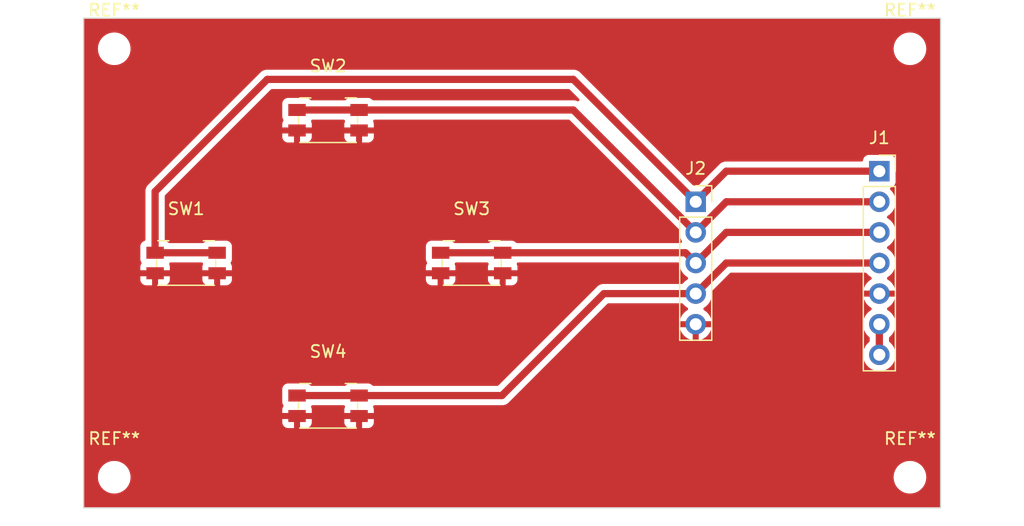
<source format=kicad_pcb>
(kicad_pcb (version 20221018) (generator pcbnew)
  (layers (0 "F.Cu" signal) (31 "B.Cu" signal) (34 "B.Paste" user) (35 "F.Paste" user) (36 "B.SilkS" user "B.Silkscreen") (37 "F.SilkS" user "F.Silkscreen") (38 "B.Mask" user) (39 "F.Mask" user) (44 "Edge.Cuts" user))
  (net 0 "")
  (net 1 "RE1")
  (net 2 "RE2")
  (net 3 "RE3")
  (net 4 "RE4")
  (net 5 "GND2")
  (net 6 "Net-(J1-Pin_6)")
  (footprint "MountingHole:MountingHole_2.2mm_M2" (layer "F.Cu") (at 117.62 115.15)
    (fp_text reference "REF**" (at 0 -3.2) (layer "F.SilkS"))
    (fp_text value "MountingHole_2.2mm_M2")
    (pad "" np_thru_hole circle (at 0 0) (size 2.5 2.5) (drill 2.5) (layers "F&B.Cu" "*.Mask"))
  )
  (footprint "MountingHole:MountingHole_2.2mm_M2" (layer "F.Cu") (at 183.66 79.59)
    (fp_text reference "REF**" (at 0 -3.2) (layer "F.SilkS"))
    (fp_text value "MountingHole_2.2mm_M2")
    (pad "" np_thru_hole circle (at 0 0) (size 2.5 2.5) (drill 2.5) (layers "F&B.Cu" "*.Mask"))
  )
  (footprint "MountingHole:MountingHole_2.2mm_M2" (layer "F.Cu") (at 183.66 115.15)
    (fp_text reference "REF**" (at 0 -3.2) (layer "F.SilkS"))
    (fp_text value "MountingHole_2.2mm_M2")
    (pad "" np_thru_hole circle (at 0 0) (size 2.5 2.5) (drill 2.5) (layers "F&B.Cu" "*.Mask"))
  )
  (footprint "Connector_PinSocket_2.54mm:PinSocket_1x07_P2.54mm_Vertical" (layer "F.Cu") (at 181.12 89.75)
    (fp_text reference "J1" (at 0 -2.77) (layer "F.SilkS"))
    (fp_text value "Conn_01x07")
    (fp_line (start -1.33 1.27) (end -1.33 16.57) (stroke (width 0.12)) (layer "F.SilkS"))
    (fp_line (start -1.33 1.27) (end 1.33 1.27) (stroke (width 0.12)) (layer "F.SilkS"))
    (fp_line (start -1.33 16.57) (end 1.33 16.57) (stroke (width 0.12)) (layer "F.SilkS"))
    (fp_line (start 0 -1.33) (end 1.33 -1.33) (stroke (width 0.12)) (layer "F.SilkS"))
    (fp_line (start 1.33 -1.33) (end 1.33 0) (stroke (width 0.12)) (layer "F.SilkS"))
    (fp_line (start 1.33 1.27) (end 1.33 16.57) (stroke (width 0.12)) (layer "F.SilkS"))
    (pad "1" thru_hole rect (at 0 0) (size 1.7 1.7) (drill 1) (layers "*.Cu" "*.Mask") (net 1 "RE1"))
    (pad "2" thru_hole oval (at 0 2.54) (size 1.7 1.7) (drill 1) (layers "*.Cu" "*.Mask") (net 2 "RE2"))
    (pad "3" thru_hole oval (at 0 5.08) (size 1.7 1.7) (drill 1) (layers "*.Cu" "*.Mask") (net 3 "RE3"))
    (pad "4" thru_hole oval (at 0 7.62) (size 1.7 1.7) (drill 1) (layers "*.Cu" "*.Mask") (net 4 "RE4"))
    (pad "5" thru_hole oval (at 0 10.16) (size 1.7 1.7) (drill 1) (layers "*.Cu" "*.Mask") (net 5 "GND2"))
    (pad "6" thru_hole oval (at 0 12.7) (size 1.7 1.7) (drill 1) (layers "*.Cu" "*.Mask") (net 6 "Net-(J1-Pin_6)"))
    (pad "7" thru_hole oval (at 0 15.24) (size 1.7 1.7) (drill 1) (layers "*.Cu" "*.Mask") (net 6 "Net-(J1-Pin_6)"))
  )
  (footprint "Button_Switch_SMD:Panasonic_EVQPUM_EVQPUD" (layer "F.Cu") (at 147.285 97.37)
    (fp_text reference "SW3" (at 0 -4.5) (layer "F.SilkS"))
    (fp_text value "SW_Push")
    (fp_line (start -2.45 0.275) (end -2.45 -0.275) (stroke (width 0.12)) (layer "F.SilkS"))
    (fp_line (start -1.425 -1.85) (end -2.35 -1.85) (stroke (width 0.12)) (layer "F.SilkS"))
    (fp_line (start 2.35 -1.85) (end 1.425 -1.85) (stroke (width 0.12)) (layer "F.SilkS"))
    (fp_line (start 2.35 1.85) (end -2.35 1.85) (stroke (width 0.12)) (layer "F.SilkS"))
    (fp_line (start 2.45 0.275) (end 2.45 -0.275) (stroke (width 0.12)) (layer "F.SilkS"))
    (pad "1" smd rect (at -2.575 -0.85 180) (size 1.45 1) (layers "F.Cu" "F.Paste" "F.Mask") (net 3 "RE3"))
    (pad "1" smd rect (at 2.575 -0.85 180) (size 1.45 1) (layers "F.Cu" "F.Paste" "F.Mask") (net 3 "RE3"))
    (pad "2" smd rect (at -2.575 0.85 180) (size 1.45 1) (layers "F.Cu" "F.Paste" "F.Mask") (net 5 "GND2"))
    (pad "2" smd rect (at 2.575 0.85 180) (size 1.45 1) (layers "F.Cu" "F.Paste" "F.Mask") (net 5 "GND2"))
  )
  (footprint "Connector_PinSocket_2.54mm:PinSocket_1x05_P2.54mm_Vertical" (layer "F.Cu") (at 165.88 92.29)
    (fp_text reference "J2" (at 0 -2.77) (layer "F.SilkS"))
    (fp_text value "Conn_01x05")
    (fp_line (start -1.33 1.27) (end -1.33 11.49) (stroke (width 0.12)) (layer "F.SilkS"))
    (fp_line (start -1.33 1.27) (end 1.33 1.27) (stroke (width 0.12)) (layer "F.SilkS"))
    (fp_line (start -1.33 11.49) (end 1.33 11.49) (stroke (width 0.12)) (layer "F.SilkS"))
    (fp_line (start 0 -1.33) (end 1.33 -1.33) (stroke (width 0.12)) (layer "F.SilkS"))
    (fp_line (start 1.33 -1.33) (end 1.33 0) (stroke (width 0.12)) (layer "F.SilkS"))
    (fp_line (start 1.33 1.27) (end 1.33 11.49) (stroke (width 0.12)) (layer "F.SilkS"))
    (pad "1" thru_hole rect (at 0 0) (size 1.7 1.7) (drill 1) (layers "*.Cu" "*.Mask") (net 1 "RE1"))
    (pad "2" thru_hole oval (at 0 2.54) (size 1.7 1.7) (drill 1) (layers "*.Cu" "*.Mask") (net 2 "RE2"))
    (pad "3" thru_hole oval (at 0 5.08) (size 1.7 1.7) (drill 1) (layers "*.Cu" "*.Mask") (net 3 "RE3"))
    (pad "4" thru_hole oval (at 0 7.62) (size 1.7 1.7) (drill 1) (layers "*.Cu" "*.Mask") (net 4 "RE4"))
    (pad "5" thru_hole oval (at 0 10.16) (size 1.7 1.7) (drill 1) (layers "*.Cu" "*.Mask") (net 5 "GND2"))
  )
  (footprint "MountingHole:MountingHole_2.2mm_M2" (layer "F.Cu") (at 117.62 79.59)
    (fp_text reference "REF**" (at 0 -3.2) (layer "F.SilkS"))
    (fp_text value "MountingHole_2.2mm_M2")
    (pad "" np_thru_hole circle (at 0 0) (size 2.5 2.5) (drill 2.5) (layers "F&B.Cu" "*.Mask"))
  )
  (footprint "Button_Switch_SMD:Panasonic_EVQPUM_EVQPUD" (layer "F.Cu") (at 123.585 97.37)
    (fp_text reference "SW1" (at 0 -4.5) (layer "F.SilkS"))
    (fp_text value "SW_Push")
    (fp_line (start -2.45 0.275) (end -2.45 -0.275) (stroke (width 0.12)) (layer "F.SilkS"))
    (fp_line (start -1.425 -1.85) (end -2.35 -1.85) (stroke (width 0.12)) (layer "F.SilkS"))
    (fp_line (start 2.35 -1.85) (end 1.425 -1.85) (stroke (width 0.12)) (layer "F.SilkS"))
    (fp_line (start 2.35 1.85) (end -2.35 1.85) (stroke (width 0.12)) (layer "F.SilkS"))
    (fp_line (start 2.45 0.275) (end 2.45 -0.275) (stroke (width 0.12)) (layer "F.SilkS"))
    (pad "1" smd rect (at -2.575 -0.85 180) (size 1.45 1) (layers "F.Cu" "F.Paste" "F.Mask") (net 1 "RE1"))
    (pad "1" smd rect (at 2.575 -0.85 180) (size 1.45 1) (layers "F.Cu" "F.Paste" "F.Mask") (net 1 "RE1"))
    (pad "2" smd rect (at -2.575 0.85 180) (size 1.45 1) (layers "F.Cu" "F.Paste" "F.Mask") (net 5 "GND2"))
    (pad "2" smd rect (at 2.575 0.85 180) (size 1.45 1) (layers "F.Cu" "F.Paste" "F.Mask") (net 5 "GND2"))
  )
  (footprint "Button_Switch_SMD:Panasonic_EVQPUM_EVQPUD" (layer "F.Cu") (at 135.365 109.22)
    (fp_text reference "SW4" (at 0 -4.5) (layer "F.SilkS"))
    (fp_text value "SW_Push")
    (fp_line (start -2.45 0.275) (end -2.45 -0.275) (stroke (width 0.12)) (layer "F.SilkS"))
    (fp_line (start -1.425 -1.85) (end -2.35 -1.85) (stroke (width 0.12)) (layer "F.SilkS"))
    (fp_line (start 2.35 -1.85) (end 1.425 -1.85) (stroke (width 0.12)) (layer "F.SilkS"))
    (fp_line (start 2.35 1.85) (end -2.35 1.85) (stroke (width 0.12)) (layer "F.SilkS"))
    (fp_line (start 2.45 0.275) (end 2.45 -0.275) (stroke (width 0.12)) (layer "F.SilkS"))
    (pad "1" smd rect (at -2.575 -0.85 180) (size 1.45 1) (layers "F.Cu" "F.Paste" "F.Mask") (net 4 "RE4"))
    (pad "1" smd rect (at 2.575 -0.85 180) (size 1.45 1) (layers "F.Cu" "F.Paste" "F.Mask") (net 4 "RE4"))
    (pad "2" smd rect (at -2.575 0.85 180) (size 1.45 1) (layers "F.Cu" "F.Paste" "F.Mask") (net 5 "GND2"))
    (pad "2" smd rect (at 2.575 0.85 180) (size 1.45 1) (layers "F.Cu" "F.Paste" "F.Mask") (net 5 "GND2"))
  )
  (footprint "Button_Switch_SMD:Panasonic_EVQPUM_EVQPUD" (layer "F.Cu") (at 135.365 85.52)
    (fp_text reference "SW2" (at 0 -4.5) (layer "F.SilkS"))
    (fp_text value "SW_Push")
    (fp_line (start -2.45 0.275) (end -2.45 -0.275) (stroke (width 0.12)) (layer "F.SilkS"))
    (fp_line (start -1.425 -1.85) (end -2.35 -1.85) (stroke (width 0.12)) (layer "F.SilkS"))
    (fp_line (start 2.35 -1.85) (end 1.425 -1.85) (stroke (width 0.12)) (layer "F.SilkS"))
    (fp_line (start 2.35 1.85) (end -2.35 1.85) (stroke (width 0.12)) (layer "F.SilkS"))
    (fp_line (start 2.45 0.275) (end 2.45 -0.275) (stroke (width 0.12)) (layer "F.SilkS"))
    (pad "1" smd rect (at -2.575 -0.85 180) (size 1.45 1) (layers "F.Cu" "F.Paste" "F.Mask") (net 2 "RE2"))
    (pad "1" smd rect (at 2.575 -0.85 180) (size 1.45 1) (layers "F.Cu" "F.Paste" "F.Mask") (net 2 "RE2"))
    (pad "2" smd rect (at -2.575 0.85 180) (size 1.45 1) (layers "F.Cu" "F.Paste" "F.Mask") (net 5 "GND2"))
    (pad "2" smd rect (at 2.575 0.85 180) (size 1.45 1) (layers "F.Cu" "F.Paste" "F.Mask") (net 5 "GND2"))
  )
  (gr_rect (start 115.08 77.05) (end 186.2 117.69) (stroke (width 0.1)) (fill none) (layer "Edge.Cuts"))
  (segment (start 155.72 82.13) (end 130.32 82.13) (width 0.6) (layer "F.Cu") (net 1))
  (segment (start 121.01 91.44) (end 121.01 96.52) (width 0.6) (layer "F.Cu") (net 1))
  (segment (start 165.88 92.29) (end 155.72 82.13) (width 0.6) (layer "F.Cu") (net 1))
  (segment (start 168.42 89.75) (end 165.88 92.29) (width 0.6) (layer "F.Cu") (net 1))
  (segment (start 121.01 96.52) (end 126.16 96.52) (width 0.6) (layer "F.Cu") (net 1))
  (segment (start 181.12 89.75) (end 168.42 89.75) (width 0.6) (layer "F.Cu") (net 1))
  (segment (start 130.32 82.13) (end 121.01 91.44) (width 0.6) (layer "F.Cu") (net 1))
  (segment (start 168.42 92.29) (end 165.88 94.83) (width 0.6) (layer "F.Cu") (net 2))
  (segment (start 155.72 84.67) (end 137.94 84.67) (width 0.6) (layer "F.Cu") (net 2))
  (segment (start 165.88 94.83) (end 155.72 84.67) (width 0.6) (layer "F.Cu") (net 2))
  (segment (start 132.79 84.67) (end 137.94 84.67) (width 0.6) (layer "F.Cu") (net 2))
  (segment (start 181.12 92.29) (end 168.42 92.29) (width 0.6) (layer "F.Cu") (net 2))
  (segment (start 144.71 96.52) (end 149.86 96.52) (width 0.6) (layer "F.Cu") (net 3))
  (segment (start 165.03 96.52) (end 165.88 97.37) (width 0.6) (layer "F.Cu") (net 3))
  (segment (start 181.12 94.83) (end 168.42 94.83) (width 0.6) (layer "F.Cu") (net 3))
  (segment (start 149.86 96.52) (end 165.03 96.52) (width 0.6) (layer "F.Cu") (net 3))
  (segment (start 168.42 94.83) (end 165.88 97.37) (width 0.6) (layer "F.Cu") (net 3))
  (segment (start 132.79 108.37) (end 137.94 108.37) (width 0.6) (layer "F.Cu") (net 4))
  (segment (start 165.88 99.91) (end 158.26 99.91) (width 0.6) (layer "F.Cu") (net 4))
  (segment (start 168.42 97.37) (end 165.88 99.91) (width 0.6) (layer "F.Cu") (net 4))
  (segment (start 158.26 99.91) (end 149.8 108.37) (width 0.6) (layer "F.Cu") (net 4))
  (segment (start 149.8 108.37) (end 137.94 108.37) (width 0.6) (layer "F.Cu") (net 4))
  (segment (start 181.12 97.37) (end 168.42 97.37) (width 0.6) (layer "F.Cu") (net 4))
  (segment (start 181.12 102.45) (end 181.12 104.99) (width 0.6) (layer "F.Cu") (net 6))
  (zone (net 5) (net_name "GND2") (layer "F.Cu") (connect_pads (clearance 0.5)) (min_thickness 0.25) (fill yes (thermal_gap 0.5) (thermal_bridge_width 0.5))
    (polygon (pts (xy 115.08 77.05) (xy 115.08 117.69) (xy 186.2 117.69) (xy 186.2 77.05)))
  )
)
</source>
